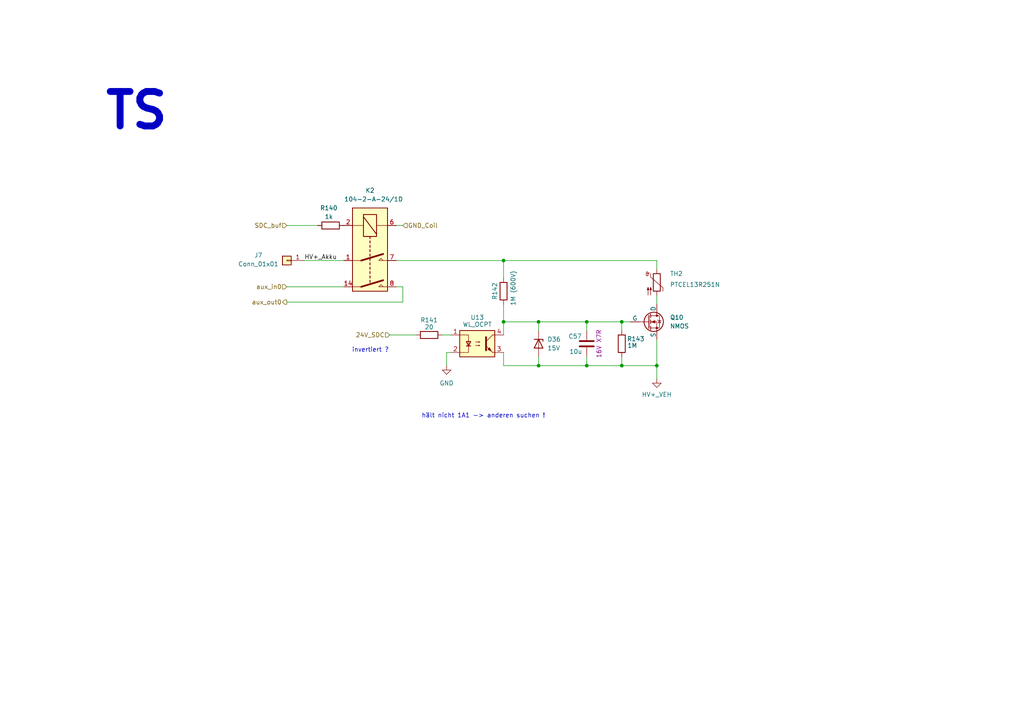
<source format=kicad_sch>
(kicad_sch
	(version 20231120)
	(generator "eeschema")
	(generator_version "8.0")
	(uuid "c512826e-4b30-41b0-b08b-4a156c10d879")
	(paper "A4")
	(lib_symbols
		(symbol "Connector_Generic:Conn_01x01"
			(pin_names
				(offset 1.016) hide)
			(exclude_from_sim no)
			(in_bom yes)
			(on_board yes)
			(property "Reference" "J"
				(at 0 2.54 0)
				(effects
					(font
						(size 1.27 1.27)
					)
				)
			)
			(property "Value" "Conn_01x01"
				(at 0 -2.54 0)
				(effects
					(font
						(size 1.27 1.27)
					)
				)
			)
			(property "Footprint" ""
				(at 0 0 0)
				(effects
					(font
						(size 1.27 1.27)
					)
					(hide yes)
				)
			)
			(property "Datasheet" "~"
				(at 0 0 0)
				(effects
					(font
						(size 1.27 1.27)
					)
					(hide yes)
				)
			)
			(property "Description" "Generic connector, single row, 01x01, script generated (kicad-library-utils/schlib/autogen/connector/)"
				(at 0 0 0)
				(effects
					(font
						(size 1.27 1.27)
					)
					(hide yes)
				)
			)
			(property "ki_keywords" "connector"
				(at 0 0 0)
				(effects
					(font
						(size 1.27 1.27)
					)
					(hide yes)
				)
			)
			(property "ki_fp_filters" "Connector*:*_1x??_*"
				(at 0 0 0)
				(effects
					(font
						(size 1.27 1.27)
					)
					(hide yes)
				)
			)
			(symbol "Conn_01x01_1_1"
				(rectangle
					(start -1.27 0.127)
					(end 0 -0.127)
					(stroke
						(width 0.1524)
						(type default)
					)
					(fill
						(type none)
					)
				)
				(rectangle
					(start -1.27 1.27)
					(end 1.27 -1.27)
					(stroke
						(width 0.254)
						(type default)
					)
					(fill
						(type background)
					)
				)
				(pin passive line
					(at -5.08 0 0)
					(length 3.81)
					(name "Pin_1"
						(effects
							(font
								(size 1.27 1.27)
							)
						)
					)
					(number "1"
						(effects
							(font
								(size 1.27 1.27)
							)
						)
					)
				)
			)
		)
		(symbol "Device:C"
			(pin_numbers hide)
			(pin_names
				(offset 0.254)
			)
			(exclude_from_sim no)
			(in_bom yes)
			(on_board yes)
			(property "Reference" "C"
				(at 0.635 2.54 0)
				(effects
					(font
						(size 1.27 1.27)
					)
					(justify left)
				)
			)
			(property "Value" "C"
				(at 0.635 -2.54 0)
				(effects
					(font
						(size 1.27 1.27)
					)
					(justify left)
				)
			)
			(property "Footprint" ""
				(at 0.9652 -3.81 0)
				(effects
					(font
						(size 1.27 1.27)
					)
					(hide yes)
				)
			)
			(property "Datasheet" "~"
				(at 0 0 0)
				(effects
					(font
						(size 1.27 1.27)
					)
					(hide yes)
				)
			)
			(property "Description" "Unpolarized capacitor"
				(at 0 0 0)
				(effects
					(font
						(size 1.27 1.27)
					)
					(hide yes)
				)
			)
			(property "ki_keywords" "cap capacitor"
				(at 0 0 0)
				(effects
					(font
						(size 1.27 1.27)
					)
					(hide yes)
				)
			)
			(property "ki_fp_filters" "C_*"
				(at 0 0 0)
				(effects
					(font
						(size 1.27 1.27)
					)
					(hide yes)
				)
			)
			(symbol "C_0_1"
				(polyline
					(pts
						(xy -2.032 -0.762) (xy 2.032 -0.762)
					)
					(stroke
						(width 0.508)
						(type default)
					)
					(fill
						(type none)
					)
				)
				(polyline
					(pts
						(xy -2.032 0.762) (xy 2.032 0.762)
					)
					(stroke
						(width 0.508)
						(type default)
					)
					(fill
						(type none)
					)
				)
			)
			(symbol "C_1_1"
				(pin passive line
					(at 0 3.81 270)
					(length 2.794)
					(name "~"
						(effects
							(font
								(size 1.27 1.27)
							)
						)
					)
					(number "1"
						(effects
							(font
								(size 1.27 1.27)
							)
						)
					)
				)
				(pin passive line
					(at 0 -3.81 90)
					(length 2.794)
					(name "~"
						(effects
							(font
								(size 1.27 1.27)
							)
						)
					)
					(number "2"
						(effects
							(font
								(size 1.27 1.27)
							)
						)
					)
				)
			)
		)
		(symbol "Device:D_Zener"
			(pin_numbers hide)
			(pin_names
				(offset 1.016) hide)
			(exclude_from_sim no)
			(in_bom yes)
			(on_board yes)
			(property "Reference" "D"
				(at 0 2.54 0)
				(effects
					(font
						(size 1.27 1.27)
					)
				)
			)
			(property "Value" "D_Zener"
				(at 0 -2.54 0)
				(effects
					(font
						(size 1.27 1.27)
					)
				)
			)
			(property "Footprint" ""
				(at 0 0 0)
				(effects
					(font
						(size 1.27 1.27)
					)
					(hide yes)
				)
			)
			(property "Datasheet" "~"
				(at 0 0 0)
				(effects
					(font
						(size 1.27 1.27)
					)
					(hide yes)
				)
			)
			(property "Description" "Zener diode"
				(at 0 0 0)
				(effects
					(font
						(size 1.27 1.27)
					)
					(hide yes)
				)
			)
			(property "ki_keywords" "diode"
				(at 0 0 0)
				(effects
					(font
						(size 1.27 1.27)
					)
					(hide yes)
				)
			)
			(property "ki_fp_filters" "TO-???* *_Diode_* *SingleDiode* D_*"
				(at 0 0 0)
				(effects
					(font
						(size 1.27 1.27)
					)
					(hide yes)
				)
			)
			(symbol "D_Zener_0_1"
				(polyline
					(pts
						(xy 1.27 0) (xy -1.27 0)
					)
					(stroke
						(width 0)
						(type default)
					)
					(fill
						(type none)
					)
				)
				(polyline
					(pts
						(xy -1.27 -1.27) (xy -1.27 1.27) (xy -0.762 1.27)
					)
					(stroke
						(width 0.254)
						(type default)
					)
					(fill
						(type none)
					)
				)
				(polyline
					(pts
						(xy 1.27 -1.27) (xy 1.27 1.27) (xy -1.27 0) (xy 1.27 -1.27)
					)
					(stroke
						(width 0.254)
						(type default)
					)
					(fill
						(type none)
					)
				)
			)
			(symbol "D_Zener_1_1"
				(pin passive line
					(at -3.81 0 0)
					(length 2.54)
					(name "K"
						(effects
							(font
								(size 1.27 1.27)
							)
						)
					)
					(number "1"
						(effects
							(font
								(size 1.27 1.27)
							)
						)
					)
				)
				(pin passive line
					(at 3.81 0 180)
					(length 2.54)
					(name "A"
						(effects
							(font
								(size 1.27 1.27)
							)
						)
					)
					(number "2"
						(effects
							(font
								(size 1.27 1.27)
							)
						)
					)
				)
			)
		)
		(symbol "Device:R"
			(pin_numbers hide)
			(pin_names
				(offset 0)
			)
			(exclude_from_sim no)
			(in_bom yes)
			(on_board yes)
			(property "Reference" "R"
				(at 2.032 0 90)
				(effects
					(font
						(size 1.27 1.27)
					)
				)
			)
			(property "Value" "R"
				(at 0 0 90)
				(effects
					(font
						(size 1.27 1.27)
					)
				)
			)
			(property "Footprint" ""
				(at -1.778 0 90)
				(effects
					(font
						(size 1.27 1.27)
					)
					(hide yes)
				)
			)
			(property "Datasheet" "~"
				(at 0 0 0)
				(effects
					(font
						(size 1.27 1.27)
					)
					(hide yes)
				)
			)
			(property "Description" "Resistor"
				(at 0 0 0)
				(effects
					(font
						(size 1.27 1.27)
					)
					(hide yes)
				)
			)
			(property "ki_keywords" "R res resistor"
				(at 0 0 0)
				(effects
					(font
						(size 1.27 1.27)
					)
					(hide yes)
				)
			)
			(property "ki_fp_filters" "R_*"
				(at 0 0 0)
				(effects
					(font
						(size 1.27 1.27)
					)
					(hide yes)
				)
			)
			(symbol "R_0_1"
				(rectangle
					(start -1.016 -2.54)
					(end 1.016 2.54)
					(stroke
						(width 0.254)
						(type default)
					)
					(fill
						(type none)
					)
				)
			)
			(symbol "R_1_1"
				(pin passive line
					(at 0 3.81 270)
					(length 1.27)
					(name "~"
						(effects
							(font
								(size 1.27 1.27)
							)
						)
					)
					(number "1"
						(effects
							(font
								(size 1.27 1.27)
							)
						)
					)
				)
				(pin passive line
					(at 0 -3.81 90)
					(length 1.27)
					(name "~"
						(effects
							(font
								(size 1.27 1.27)
							)
						)
					)
					(number "2"
						(effects
							(font
								(size 1.27 1.27)
							)
						)
					)
				)
			)
		)
		(symbol "Device:Thermistor_PTC"
			(pin_numbers hide)
			(pin_names
				(offset 0)
			)
			(exclude_from_sim no)
			(in_bom yes)
			(on_board yes)
			(property "Reference" "TH"
				(at -4.064 0 90)
				(effects
					(font
						(size 1.27 1.27)
					)
				)
			)
			(property "Value" "Thermistor_PTC"
				(at 3.048 0 90)
				(effects
					(font
						(size 1.27 1.27)
					)
				)
			)
			(property "Footprint" ""
				(at 1.27 -5.08 0)
				(effects
					(font
						(size 1.27 1.27)
					)
					(justify left)
					(hide yes)
				)
			)
			(property "Datasheet" "~"
				(at 0 0 0)
				(effects
					(font
						(size 1.27 1.27)
					)
					(hide yes)
				)
			)
			(property "Description" "Temperature dependent resistor, positive temperature coefficient"
				(at 0 0 0)
				(effects
					(font
						(size 1.27 1.27)
					)
					(hide yes)
				)
			)
			(property "ki_keywords" "resistor PTC thermistor sensor RTD"
				(at 0 0 0)
				(effects
					(font
						(size 1.27 1.27)
					)
					(hide yes)
				)
			)
			(property "ki_fp_filters" "*PTC* *Thermistor* PIN?ARRAY* bornier* *Terminal?Block* R_*"
				(at 0 0 0)
				(effects
					(font
						(size 1.27 1.27)
					)
					(hide yes)
				)
			)
			(symbol "Thermistor_PTC_0_1"
				(arc
					(start -3.048 2.159)
					(mid -3.0495 2.3143)
					(end -3.175 2.413)
					(stroke
						(width 0)
						(type default)
					)
					(fill
						(type none)
					)
				)
				(arc
					(start -3.048 2.159)
					(mid -2.9736 1.9794)
					(end -2.794 1.905)
					(stroke
						(width 0)
						(type default)
					)
					(fill
						(type none)
					)
				)
				(arc
					(start -3.048 2.794)
					(mid -2.9736 2.6144)
					(end -2.794 2.54)
					(stroke
						(width 0)
						(type default)
					)
					(fill
						(type none)
					)
				)
				(arc
					(start -2.794 1.905)
					(mid -2.6144 1.9794)
					(end -2.54 2.159)
					(stroke
						(width 0)
						(type default)
					)
					(fill
						(type none)
					)
				)
				(arc
					(start -2.794 2.54)
					(mid -2.4393 2.5587)
					(end -2.159 2.794)
					(stroke
						(width 0)
						(type default)
					)
					(fill
						(type none)
					)
				)
				(arc
					(start -2.794 3.048)
					(mid -2.9736 2.9736)
					(end -3.048 2.794)
					(stroke
						(width 0)
						(type default)
					)
					(fill
						(type none)
					)
				)
				(arc
					(start -2.54 2.794)
					(mid -2.6144 2.9736)
					(end -2.794 3.048)
					(stroke
						(width 0)
						(type default)
					)
					(fill
						(type none)
					)
				)
				(rectangle
					(start -1.016 2.54)
					(end 1.016 -2.54)
					(stroke
						(width 0.254)
						(type default)
					)
					(fill
						(type none)
					)
				)
				(polyline
					(pts
						(xy -2.54 2.159) (xy -2.54 2.794)
					)
					(stroke
						(width 0)
						(type default)
					)
					(fill
						(type none)
					)
				)
				(polyline
					(pts
						(xy -1.778 2.54) (xy -1.778 1.524) (xy 1.778 -1.524) (xy 1.778 -2.54)
					)
					(stroke
						(width 0)
						(type default)
					)
					(fill
						(type none)
					)
				)
				(polyline
					(pts
						(xy -2.54 -3.683) (xy -2.54 -1.397) (xy -2.794 -2.159) (xy -2.286 -2.159) (xy -2.54 -1.397) (xy -2.54 -1.651)
					)
					(stroke
						(width 0)
						(type default)
					)
					(fill
						(type outline)
					)
				)
				(polyline
					(pts
						(xy -1.778 -3.683) (xy -1.778 -1.397) (xy -2.032 -2.159) (xy -1.524 -2.159) (xy -1.778 -1.397)
						(xy -1.778 -1.651)
					)
					(stroke
						(width 0)
						(type default)
					)
					(fill
						(type outline)
					)
				)
			)
			(symbol "Thermistor_PTC_1_1"
				(pin passive line
					(at 0 3.81 270)
					(length 1.27)
					(name "~"
						(effects
							(font
								(size 1.27 1.27)
							)
						)
					)
					(number "1"
						(effects
							(font
								(size 1.27 1.27)
							)
						)
					)
				)
				(pin passive line
					(at 0 -3.81 90)
					(length 1.27)
					(name "~"
						(effects
							(font
								(size 1.27 1.27)
							)
						)
					)
					(number "2"
						(effects
							(font
								(size 1.27 1.27)
							)
						)
					)
				)
			)
		)
		(symbol "Isolator:FODM217A"
			(exclude_from_sim no)
			(in_bom yes)
			(on_board yes)
			(property "Reference" "U4"
				(at 1.27 7.62 0)
				(effects
					(font
						(size 1.27 1.27)
					)
				)
			)
			(property "Value" "WL_OCDA"
				(at 1.27 5.588 0)
				(effects
					(font
						(size 1.27 1.27)
					)
				)
			)
			(property "Footprint" "Package_SO:SOP-4_4.4x2.6mm_P1.27mm"
				(at 0 -5.08 0)
				(effects
					(font
						(size 1.27 1.27)
						(italic yes)
					)
					(hide yes)
				)
			)
			(property "Datasheet" ""
				(at 0 0 0)
				(effects
					(font
						(size 1.27 1.27)
					)
					(justify left)
					(hide yes)
				)
			)
			(property "Description" "141352145000"
				(at 0 0 0)
				(effects
					(font
						(size 1.27 1.27)
					)
					(hide yes)
				)
			)
			(property "ki_keywords" "DC Phototransistor Optocoupler"
				(at 0 0 0)
				(effects
					(font
						(size 1.27 1.27)
					)
					(hide yes)
				)
			)
			(property "ki_fp_filters" "SOP*4.4x2.6mm*P1.27mm*"
				(at 0 0 0)
				(effects
					(font
						(size 1.27 1.27)
					)
					(hide yes)
				)
			)
			(symbol "FODM217A_0_1"
				(rectangle
					(start -5.08 3.81)
					(end 5.08 -3.81)
					(stroke
						(width 0.254)
						(type default)
					)
					(fill
						(type background)
					)
				)
				(polyline
					(pts
						(xy -3.175 -0.635) (xy -1.905 -0.635)
					)
					(stroke
						(width 0.254)
						(type default)
					)
					(fill
						(type none)
					)
				)
				(polyline
					(pts
						(xy 2.54 0.635) (xy 4.445 2.54)
					)
					(stroke
						(width 0)
						(type default)
					)
					(fill
						(type none)
					)
				)
				(polyline
					(pts
						(xy 4.445 -2.54) (xy 2.54 -0.635)
					)
					(stroke
						(width 0)
						(type default)
					)
					(fill
						(type outline)
					)
				)
				(polyline
					(pts
						(xy 4.445 -2.54) (xy 5.08 -2.54)
					)
					(stroke
						(width 0)
						(type default)
					)
					(fill
						(type none)
					)
				)
				(polyline
					(pts
						(xy 4.445 2.54) (xy 5.08 2.54)
					)
					(stroke
						(width 0)
						(type default)
					)
					(fill
						(type none)
					)
				)
				(polyline
					(pts
						(xy -5.08 2.54) (xy -2.54 2.54) (xy -2.54 -0.635)
					)
					(stroke
						(width 0)
						(type default)
					)
					(fill
						(type none)
					)
				)
				(polyline
					(pts
						(xy -2.54 -0.635) (xy -2.54 -2.54) (xy -5.08 -2.54)
					)
					(stroke
						(width 0)
						(type default)
					)
					(fill
						(type none)
					)
				)
				(polyline
					(pts
						(xy 2.54 1.905) (xy 2.54 -1.905) (xy 2.54 -1.905)
					)
					(stroke
						(width 0.508)
						(type default)
					)
					(fill
						(type none)
					)
				)
				(polyline
					(pts
						(xy -2.54 -0.635) (xy -3.175 0.635) (xy -1.905 0.635) (xy -2.54 -0.635)
					)
					(stroke
						(width 0.254)
						(type default)
					)
					(fill
						(type none)
					)
				)
				(polyline
					(pts
						(xy -0.508 -0.508) (xy 0.762 -0.508) (xy 0.381 -0.635) (xy 0.381 -0.381) (xy 0.762 -0.508)
					)
					(stroke
						(width 0)
						(type default)
					)
					(fill
						(type none)
					)
				)
				(polyline
					(pts
						(xy -0.508 0.508) (xy 0.762 0.508) (xy 0.381 0.381) (xy 0.381 0.635) (xy 0.762 0.508)
					)
					(stroke
						(width 0)
						(type default)
					)
					(fill
						(type none)
					)
				)
				(polyline
					(pts
						(xy 3.048 -1.651) (xy 3.556 -1.143) (xy 4.064 -2.159) (xy 3.048 -1.651) (xy 3.048 -1.651)
					)
					(stroke
						(width 0)
						(type default)
					)
					(fill
						(type outline)
					)
				)
			)
			(symbol "FODM217A_1_1"
				(pin passive line
					(at -7.62 2.54 0)
					(length 2.54)
					(name "~"
						(effects
							(font
								(size 1.27 1.27)
							)
						)
					)
					(number "1"
						(effects
							(font
								(size 1.27 1.27)
							)
						)
					)
				)
				(pin passive line
					(at -7.62 -2.54 0)
					(length 2.54)
					(name "~"
						(effects
							(font
								(size 1.27 1.27)
							)
						)
					)
					(number "2"
						(effects
							(font
								(size 1.27 1.27)
							)
						)
					)
				)
				(pin passive line
					(at 7.62 -2.54 180)
					(length 2.54)
					(name "~"
						(effects
							(font
								(size 1.27 1.27)
							)
						)
					)
					(number "3"
						(effects
							(font
								(size 1.27 1.27)
							)
						)
					)
				)
				(pin passive line
					(at 7.62 2.54 180)
					(length 2.54)
					(name "~"
						(effects
							(font
								(size 1.27 1.27)
							)
						)
					)
					(number "4"
						(effects
							(font
								(size 1.27 1.27)
							)
						)
					)
				)
			)
		)
		(symbol "Relay:DIPxx-2Axx-21x"
			(exclude_from_sim no)
			(in_bom yes)
			(on_board yes)
			(property "Reference" "K"
				(at 12.7 3.81 0)
				(effects
					(font
						(size 1.27 1.27)
					)
					(justify left)
				)
			)
			(property "Value" "DIPxx-2Axx-21x"
				(at 12.7 1.27 0)
				(effects
					(font
						(size 1.27 1.27)
					)
					(justify left)
				)
			)
			(property "Footprint" "Relay_THT:Relay_StandexMeder_DIP_LowProfile"
				(at 12.7 -1.27 0)
				(effects
					(font
						(size 1.27 1.27)
					)
					(justify left)
					(hide yes)
				)
			)
			(property "Datasheet" "https://standexelectronics.com/wp-content/uploads/datasheet_reed_relay_DIP.pdf"
				(at 0 0 0)
				(effects
					(font
						(size 1.27 1.27)
					)
					(hide yes)
				)
			)
			(property "Description" "Standex Meder DIP reed relay, DPST, Closing Contacts"
				(at 0 0 0)
				(effects
					(font
						(size 1.27 1.27)
					)
					(hide yes)
				)
			)
			(property "ki_keywords" "Single Pole Reed Relay DPST"
				(at 0 0 0)
				(effects
					(font
						(size 1.27 1.27)
					)
					(hide yes)
				)
			)
			(property "ki_fp_filters" "Relay*StandexMeder*DIP*LowProfile*"
				(at 0 0 0)
				(effects
					(font
						(size 1.27 1.27)
					)
					(hide yes)
				)
			)
			(symbol "DIPxx-2Axx-21x_0_0"
				(polyline
					(pts
						(xy 2.54 5.08) (xy 2.54 2.54) (xy 1.905 3.175) (xy 2.54 3.81)
					)
					(stroke
						(width 0)
						(type default)
					)
					(fill
						(type none)
					)
				)
				(polyline
					(pts
						(xy 10.16 5.08) (xy 10.16 2.54) (xy 9.525 3.175) (xy 10.16 3.81)
					)
					(stroke
						(width 0)
						(type default)
					)
					(fill
						(type none)
					)
				)
			)
			(symbol "DIPxx-2Axx-21x_0_1"
				(rectangle
					(start -12.7 5.08)
					(end 11.43 -5.08)
					(stroke
						(width 0.254)
						(type default)
					)
					(fill
						(type background)
					)
				)
				(rectangle
					(start -10.795 1.905)
					(end -4.445 -1.905)
					(stroke
						(width 0.254)
						(type default)
					)
					(fill
						(type none)
					)
				)
				(polyline
					(pts
						(xy -10.16 -1.905) (xy -5.08 1.905)
					)
					(stroke
						(width 0.254)
						(type default)
					)
					(fill
						(type none)
					)
				)
				(polyline
					(pts
						(xy -7.62 -5.08) (xy -7.62 -1.905)
					)
					(stroke
						(width 0)
						(type default)
					)
					(fill
						(type none)
					)
				)
				(polyline
					(pts
						(xy -7.62 5.08) (xy -7.62 1.905)
					)
					(stroke
						(width 0)
						(type default)
					)
					(fill
						(type none)
					)
				)
				(polyline
					(pts
						(xy -4.445 0) (xy -3.81 0)
					)
					(stroke
						(width 0.254)
						(type default)
					)
					(fill
						(type none)
					)
				)
				(polyline
					(pts
						(xy -3.175 0) (xy -2.54 0)
					)
					(stroke
						(width 0.254)
						(type default)
					)
					(fill
						(type none)
					)
				)
				(polyline
					(pts
						(xy -1.905 0) (xy -1.27 0)
					)
					(stroke
						(width 0.254)
						(type default)
					)
					(fill
						(type none)
					)
				)
				(polyline
					(pts
						(xy -0.635 0) (xy 0 0)
					)
					(stroke
						(width 0.254)
						(type default)
					)
					(fill
						(type none)
					)
				)
				(polyline
					(pts
						(xy 0.635 0) (xy 1.27 0)
					)
					(stroke
						(width 0.254)
						(type default)
					)
					(fill
						(type none)
					)
				)
				(polyline
					(pts
						(xy 1.905 0) (xy 2.54 0)
					)
					(stroke
						(width 0.254)
						(type default)
					)
					(fill
						(type none)
					)
				)
				(polyline
					(pts
						(xy 2.54 -2.54) (xy 0.635 3.81)
					)
					(stroke
						(width 0.508)
						(type default)
					)
					(fill
						(type none)
					)
				)
				(polyline
					(pts
						(xy 2.54 -2.54) (xy 2.54 -5.08)
					)
					(stroke
						(width 0)
						(type default)
					)
					(fill
						(type none)
					)
				)
				(polyline
					(pts
						(xy 3.175 0) (xy 3.81 0)
					)
					(stroke
						(width 0.254)
						(type default)
					)
					(fill
						(type none)
					)
				)
				(polyline
					(pts
						(xy 4.445 0) (xy 5.08 0)
					)
					(stroke
						(width 0.254)
						(type default)
					)
					(fill
						(type none)
					)
				)
				(polyline
					(pts
						(xy 5.715 0) (xy 6.35 0)
					)
					(stroke
						(width 0.254)
						(type default)
					)
					(fill
						(type none)
					)
				)
				(polyline
					(pts
						(xy 6.985 0) (xy 7.62 0)
					)
					(stroke
						(width 0.254)
						(type default)
					)
					(fill
						(type none)
					)
				)
				(polyline
					(pts
						(xy 8.255 0) (xy 8.89 0)
					)
					(stroke
						(width 0.254)
						(type default)
					)
					(fill
						(type none)
					)
				)
				(polyline
					(pts
						(xy 10.16 -2.54) (xy 8.255 3.81)
					)
					(stroke
						(width 0.508)
						(type default)
					)
					(fill
						(type none)
					)
				)
				(polyline
					(pts
						(xy 10.16 -2.54) (xy 10.16 -5.08)
					)
					(stroke
						(width 0)
						(type default)
					)
					(fill
						(type none)
					)
				)
			)
			(symbol "DIPxx-2Axx-21x_1_1"
				(pin passive line
					(at 2.54 -7.62 90)
					(length 2.54)
					(name "~"
						(effects
							(font
								(size 1.27 1.27)
							)
						)
					)
					(number "1"
						(effects
							(font
								(size 1.27 1.27)
							)
						)
					)
				)
				(pin passive line
					(at 10.16 -7.62 90)
					(length 2.54)
					(name "~"
						(effects
							(font
								(size 1.27 1.27)
							)
						)
					)
					(number "14"
						(effects
							(font
								(size 1.27 1.27)
							)
						)
					)
				)
				(pin passive line
					(at -7.62 -7.62 90)
					(length 2.54)
					(name "~"
						(effects
							(font
								(size 1.27 1.27)
							)
						)
					)
					(number "2"
						(effects
							(font
								(size 1.27 1.27)
							)
						)
					)
				)
				(pin passive line
					(at -7.62 7.62 270)
					(length 2.54)
					(name "~"
						(effects
							(font
								(size 1.27 1.27)
							)
						)
					)
					(number "6"
						(effects
							(font
								(size 1.27 1.27)
							)
						)
					)
				)
				(pin passive line
					(at 2.54 7.62 270)
					(length 2.54)
					(name "~"
						(effects
							(font
								(size 1.27 1.27)
							)
						)
					)
					(number "7"
						(effects
							(font
								(size 1.27 1.27)
							)
						)
					)
				)
				(pin passive line
					(at 10.16 7.62 270)
					(length 2.54)
					(name "~"
						(effects
							(font
								(size 1.27 1.27)
							)
						)
					)
					(number "8"
						(effects
							(font
								(size 1.27 1.27)
							)
						)
					)
				)
			)
		)
		(symbol "Simulation_SPICE:NMOS"
			(pin_numbers hide)
			(pin_names
				(offset 0)
			)
			(exclude_from_sim no)
			(in_bom yes)
			(on_board yes)
			(property "Reference" "Q"
				(at 5.08 1.27 0)
				(effects
					(font
						(size 1.27 1.27)
					)
					(justify left)
				)
			)
			(property "Value" "NMOS"
				(at 5.08 -1.27 0)
				(effects
					(font
						(size 1.27 1.27)
					)
					(justify left)
				)
			)
			(property "Footprint" ""
				(at 5.08 2.54 0)
				(effects
					(font
						(size 1.27 1.27)
					)
					(hide yes)
				)
			)
			(property "Datasheet" "https://ngspice.sourceforge.io/docs/ngspice-html-manual/manual.xhtml#cha_MOSFETs"
				(at 0 -12.7 0)
				(effects
					(font
						(size 1.27 1.27)
					)
					(hide yes)
				)
			)
			(property "Description" "N-MOSFET transistor, drain/source/gate"
				(at 0 0 0)
				(effects
					(font
						(size 1.27 1.27)
					)
					(hide yes)
				)
			)
			(property "Sim.Device" "NMOS"
				(at 0 -17.145 0)
				(effects
					(font
						(size 1.27 1.27)
					)
					(hide yes)
				)
			)
			(property "Sim.Type" "VDMOS"
				(at 0 -19.05 0)
				(effects
					(font
						(size 1.27 1.27)
					)
					(hide yes)
				)
			)
			(property "Sim.Pins" "1=D 2=G 3=S"
				(at 0 -15.24 0)
				(effects
					(font
						(size 1.27 1.27)
					)
					(hide yes)
				)
			)
			(property "ki_keywords" "transistor NMOS N-MOS N-MOSFET simulation"
				(at 0 0 0)
				(effects
					(font
						(size 1.27 1.27)
					)
					(hide yes)
				)
			)
			(symbol "NMOS_0_1"
				(polyline
					(pts
						(xy 0.254 0) (xy -2.54 0)
					)
					(stroke
						(width 0)
						(type default)
					)
					(fill
						(type none)
					)
				)
				(polyline
					(pts
						(xy 0.254 1.905) (xy 0.254 -1.905)
					)
					(stroke
						(width 0.254)
						(type default)
					)
					(fill
						(type none)
					)
				)
				(polyline
					(pts
						(xy 0.762 -1.27) (xy 0.762 -2.286)
					)
					(stroke
						(width 0.254)
						(type default)
					)
					(fill
						(type none)
					)
				)
				(polyline
					(pts
						(xy 0.762 0.508) (xy 0.762 -0.508)
					)
					(stroke
						(width 0.254)
						(type default)
					)
					(fill
						(type none)
					)
				)
				(polyline
					(pts
						(xy 0.762 2.286) (xy 0.762 1.27)
					)
					(stroke
						(width 0.254)
						(type default)
					)
					(fill
						(type none)
					)
				)
				(polyline
					(pts
						(xy 2.54 2.54) (xy 2.54 1.778)
					)
					(stroke
						(width 0)
						(type default)
					)
					(fill
						(type none)
					)
				)
				(polyline
					(pts
						(xy 2.54 -2.54) (xy 2.54 0) (xy 0.762 0)
					)
					(stroke
						(width 0)
						(type default)
					)
					(fill
						(type none)
					)
				)
				(polyline
					(pts
						(xy 0.762 -1.778) (xy 3.302 -1.778) (xy 3.302 1.778) (xy 0.762 1.778)
					)
					(stroke
						(width 0)
						(type default)
					)
					(fill
						(type none)
					)
				)
				(polyline
					(pts
						(xy 1.016 0) (xy 2.032 0.381) (xy 2.032 -0.381) (xy 1.016 0)
					)
					(stroke
						(width 0)
						(type default)
					)
					(fill
						(type outline)
					)
				)
				(polyline
					(pts
						(xy 2.794 0.508) (xy 2.921 0.381) (xy 3.683 0.381) (xy 3.81 0.254)
					)
					(stroke
						(width 0)
						(type default)
					)
					(fill
						(type none)
					)
				)
				(polyline
					(pts
						(xy 3.302 0.381) (xy 2.921 -0.254) (xy 3.683 -0.254) (xy 3.302 0.381)
					)
					(stroke
						(width 0)
						(type default)
					)
					(fill
						(type none)
					)
				)
				(circle
					(center 1.651 0)
					(radius 2.794)
					(stroke
						(width 0.254)
						(type default)
					)
					(fill
						(type none)
					)
				)
				(circle
					(center 2.54 -1.778)
					(radius 0.254)
					(stroke
						(width 0)
						(type default)
					)
					(fill
						(type outline)
					)
				)
				(circle
					(center 2.54 1.778)
					(radius 0.254)
					(stroke
						(width 0)
						(type default)
					)
					(fill
						(type outline)
					)
				)
			)
			(symbol "NMOS_1_1"
				(pin passive line
					(at 2.54 5.08 270)
					(length 2.54)
					(name "D"
						(effects
							(font
								(size 1.27 1.27)
							)
						)
					)
					(number "1"
						(effects
							(font
								(size 1.27 1.27)
							)
						)
					)
				)
				(pin input line
					(at -5.08 0 0)
					(length 2.54)
					(name "G"
						(effects
							(font
								(size 1.27 1.27)
							)
						)
					)
					(number "2"
						(effects
							(font
								(size 1.27 1.27)
							)
						)
					)
				)
				(pin passive line
					(at 2.54 -5.08 90)
					(length 2.54)
					(name "S"
						(effects
							(font
								(size 1.27 1.27)
							)
						)
					)
					(number "3"
						(effects
							(font
								(size 1.27 1.27)
							)
						)
					)
				)
			)
		)
		(symbol "power:GND"
			(power)
			(pin_numbers hide)
			(pin_names
				(offset 0) hide)
			(exclude_from_sim no)
			(in_bom yes)
			(on_board yes)
			(property "Reference" "#PWR"
				(at 0 -6.35 0)
				(effects
					(font
						(size 1.27 1.27)
					)
					(hide yes)
				)
			)
			(property "Value" "GND"
				(at 0 -3.81 0)
				(effects
					(font
						(size 1.27 1.27)
					)
				)
			)
			(property "Footprint" ""
				(at 0 0 0)
				(effects
					(font
						(size 1.27 1.27)
					)
					(hide yes)
				)
			)
			(property "Datasheet" ""
				(at 0 0 0)
				(effects
					(font
						(size 1.27 1.27)
					)
					(hide yes)
				)
			)
			(property "Description" "Power symbol creates a global label with name \"GND\" , ground"
				(at 0 0 0)
				(effects
					(font
						(size 1.27 1.27)
					)
					(hide yes)
				)
			)
			(property "ki_keywords" "global power"
				(at 0 0 0)
				(effects
					(font
						(size 1.27 1.27)
					)
					(hide yes)
				)
			)
			(symbol "GND_0_1"
				(polyline
					(pts
						(xy 0 0) (xy 0 -1.27) (xy 1.27 -1.27) (xy 0 -2.54) (xy -1.27 -1.27) (xy 0 -1.27)
					)
					(stroke
						(width 0)
						(type default)
					)
					(fill
						(type none)
					)
				)
			)
			(symbol "GND_1_1"
				(pin power_in line
					(at 0 0 270)
					(length 0)
					(name "~"
						(effects
							(font
								(size 1.27 1.27)
							)
						)
					)
					(number "1"
						(effects
							(font
								(size 1.27 1.27)
							)
						)
					)
				)
			)
		)
	)
	(junction
		(at 156.21 106.045)
		(diameter 0)
		(color 0 0 0 0)
		(uuid "7445b026-cf2a-4e3a-9320-ddcfc132f20e")
	)
	(junction
		(at 170.18 106.045)
		(diameter 0)
		(color 0 0 0 0)
		(uuid "7d3c6679-618d-4b65-be47-0ce5bdcb1e4f")
	)
	(junction
		(at 180.34 93.345)
		(diameter 0)
		(color 0 0 0 0)
		(uuid "833bbf93-9346-4662-b85f-eeeddff1b6fb")
	)
	(junction
		(at 146.05 93.345)
		(diameter 0)
		(color 0 0 0 0)
		(uuid "a5d9ffa8-8394-41db-9aa2-8253ca672864")
	)
	(junction
		(at 190.5 106.045)
		(diameter 0)
		(color 0 0 0 0)
		(uuid "abf29d37-e474-4393-80a5-a2b42396b3d5")
	)
	(junction
		(at 146.05 75.565)
		(diameter 0)
		(color 0 0 0 0)
		(uuid "ad670d95-9619-4ab3-89ef-3559c7fb1c54")
	)
	(junction
		(at 156.21 93.345)
		(diameter 0)
		(color 0 0 0 0)
		(uuid "b6175b6a-d08b-42d9-ab9a-527e564a86f3")
	)
	(junction
		(at 180.34 106.045)
		(diameter 0)
		(color 0 0 0 0)
		(uuid "ef7fe267-87af-4bc3-a301-4521f40808d0")
	)
	(junction
		(at 170.18 93.345)
		(diameter 0)
		(color 0 0 0 0)
		(uuid "f78825ac-56c4-408b-87ca-71210d1c4e31")
	)
	(wire
		(pts
			(xy 190.5 75.565) (xy 190.5 78.105)
		)
		(stroke
			(width 0)
			(type default)
		)
		(uuid "13255788-628c-4d91-b690-848eaaa9d480")
	)
	(wire
		(pts
			(xy 180.34 103.505) (xy 180.34 106.045)
		)
		(stroke
			(width 0)
			(type default)
		)
		(uuid "154f6429-f71d-4744-93bd-6dbb061871e1")
	)
	(wire
		(pts
			(xy 156.21 106.045) (xy 170.18 106.045)
		)
		(stroke
			(width 0)
			(type default)
		)
		(uuid "26b47e40-0446-46a8-88d0-afbae93bb962")
	)
	(wire
		(pts
			(xy 116.84 87.63) (xy 116.84 83.185)
		)
		(stroke
			(width 0)
			(type default)
		)
		(uuid "295b27b4-279a-4844-8e6c-748d1fa8971a")
	)
	(wire
		(pts
			(xy 146.05 75.565) (xy 190.5 75.565)
		)
		(stroke
			(width 0)
			(type default)
		)
		(uuid "2d154140-0496-4bf2-854d-103f5c2d7c19")
	)
	(wire
		(pts
			(xy 190.5 106.045) (xy 190.5 109.855)
		)
		(stroke
			(width 0)
			(type default)
		)
		(uuid "30ac9498-72f3-413f-bd7e-85845e8ab4eb")
	)
	(wire
		(pts
			(xy 146.05 102.235) (xy 146.05 106.045)
		)
		(stroke
			(width 0)
			(type default)
		)
		(uuid "43b491c5-91e7-4fd2-bcb6-5e06b5c4514e")
	)
	(wire
		(pts
			(xy 146.05 75.565) (xy 146.05 80.645)
		)
		(stroke
			(width 0)
			(type default)
		)
		(uuid "4edb8500-1b60-4600-ba46-83ed0d773ae4")
	)
	(wire
		(pts
			(xy 83.185 65.405) (xy 92.075 65.405)
		)
		(stroke
			(width 0)
			(type default)
		)
		(uuid "571089fd-4668-4d3e-99de-e0e92abae555")
	)
	(wire
		(pts
			(xy 156.21 93.345) (xy 170.18 93.345)
		)
		(stroke
			(width 0)
			(type default)
		)
		(uuid "5a056ee8-3a22-4e09-b04e-c8799f330db6")
	)
	(wire
		(pts
			(xy 180.34 93.345) (xy 180.34 95.885)
		)
		(stroke
			(width 0)
			(type default)
		)
		(uuid "5c3a4fba-4cbb-43a9-8d73-36253f997f93")
	)
	(wire
		(pts
			(xy 180.34 106.045) (xy 190.5 106.045)
		)
		(stroke
			(width 0)
			(type default)
		)
		(uuid "5de64539-dfa9-41d6-a744-bfef3eb4d5ad")
	)
	(wire
		(pts
			(xy 190.5 85.725) (xy 190.5 88.265)
		)
		(stroke
			(width 0)
			(type default)
		)
		(uuid "5f837369-53c2-49ce-b80b-d2656ad26f8c")
	)
	(wire
		(pts
			(xy 129.54 102.235) (xy 130.81 102.235)
		)
		(stroke
			(width 0)
			(type default)
		)
		(uuid "665327c2-f8b9-4c95-8d41-09f1fb1ae59b")
	)
	(wire
		(pts
			(xy 156.21 93.345) (xy 156.21 95.885)
		)
		(stroke
			(width 0)
			(type default)
		)
		(uuid "670ff955-a9f8-42d6-b06d-d5b87e76f2db")
	)
	(wire
		(pts
			(xy 128.27 97.155) (xy 130.81 97.155)
		)
		(stroke
			(width 0)
			(type default)
		)
		(uuid "6819bff1-1663-468c-8fc4-c04dd2371abb")
	)
	(wire
		(pts
			(xy 146.05 106.045) (xy 156.21 106.045)
		)
		(stroke
			(width 0)
			(type default)
		)
		(uuid "742c9b28-5750-4798-820f-348aa1dacc93")
	)
	(wire
		(pts
			(xy 180.34 93.345) (xy 182.88 93.345)
		)
		(stroke
			(width 0)
			(type default)
		)
		(uuid "7464ff68-8e24-40eb-9d57-a1e1adb73bf8")
	)
	(wire
		(pts
			(xy 146.05 88.265) (xy 146.05 93.345)
		)
		(stroke
			(width 0)
			(type default)
		)
		(uuid "7810b910-27fc-413c-abf0-5ed771480261")
	)
	(wire
		(pts
			(xy 170.18 106.045) (xy 180.34 106.045)
		)
		(stroke
			(width 0)
			(type default)
		)
		(uuid "83d2dc3b-e711-45ec-8be4-7e568c274201")
	)
	(wire
		(pts
			(xy 190.5 98.425) (xy 190.5 106.045)
		)
		(stroke
			(width 0)
			(type default)
		)
		(uuid "8b825f6b-53c5-40e2-9572-ca1a95891545")
	)
	(wire
		(pts
			(xy 170.18 93.345) (xy 180.34 93.345)
		)
		(stroke
			(width 0)
			(type default)
		)
		(uuid "9874fe07-27c2-40b3-a9d6-61cd85adaddd")
	)
	(wire
		(pts
			(xy 129.54 106.045) (xy 129.54 102.235)
		)
		(stroke
			(width 0)
			(type default)
		)
		(uuid "9be2aad1-c124-4bdb-8c87-5ac845da9f0a")
	)
	(wire
		(pts
			(xy 83.185 87.63) (xy 116.84 87.63)
		)
		(stroke
			(width 0)
			(type default)
		)
		(uuid "a0599e55-bcdc-477d-a041-14eeb1e9fe1c")
	)
	(wire
		(pts
			(xy 88.265 75.565) (xy 99.695 75.565)
		)
		(stroke
			(width 0)
			(type default)
		)
		(uuid "b1ab3e9f-d52b-472a-b481-50b5ff72dc1a")
	)
	(wire
		(pts
			(xy 146.05 97.155) (xy 146.05 93.345)
		)
		(stroke
			(width 0)
			(type default)
		)
		(uuid "b1b1624d-dbd0-4d8a-a040-c9fd381d1425")
	)
	(wire
		(pts
			(xy 170.18 93.345) (xy 170.18 95.885)
		)
		(stroke
			(width 0)
			(type default)
		)
		(uuid "ca8f2d87-accb-4ce7-a406-ce7496341b34")
	)
	(wire
		(pts
			(xy 114.935 75.565) (xy 146.05 75.565)
		)
		(stroke
			(width 0)
			(type default)
		)
		(uuid "ccc5a479-3c0f-4397-8d1f-7da1fed97f29")
	)
	(wire
		(pts
			(xy 156.21 103.505) (xy 156.21 106.045)
		)
		(stroke
			(width 0)
			(type default)
		)
		(uuid "d0b76fe9-ee33-468b-b3ab-f225328a9a1f")
	)
	(wire
		(pts
			(xy 170.18 103.505) (xy 170.18 106.045)
		)
		(stroke
			(width 0)
			(type default)
		)
		(uuid "d74f332d-19c6-46ae-8cef-dec24462a9c5")
	)
	(wire
		(pts
			(xy 116.84 65.405) (xy 114.935 65.405)
		)
		(stroke
			(width 0)
			(type default)
		)
		(uuid "db4dc769-5cd7-4998-8b35-d6613f29dc34")
	)
	(wire
		(pts
			(xy 83.185 83.185) (xy 99.695 83.185)
		)
		(stroke
			(width 0)
			(type default)
		)
		(uuid "dd45e93f-612a-4415-90c3-38ac07df31cd")
	)
	(wire
		(pts
			(xy 146.05 93.345) (xy 156.21 93.345)
		)
		(stroke
			(width 0)
			(type default)
		)
		(uuid "e5ede777-457c-4202-b64e-6d8b5fa1d6a1")
	)
	(wire
		(pts
			(xy 114.935 83.185) (xy 116.84 83.185)
		)
		(stroke
			(width 0)
			(type default)
		)
		(uuid "e751b110-8161-44c8-b0d4-0dbcad6d3ab0")
	)
	(wire
		(pts
			(xy 113.03 97.155) (xy 120.65 97.155)
		)
		(stroke
			(width 0)
			(type default)
		)
		(uuid "e877c9da-4f29-4dc7-b7e5-b5b9cd9cd689")
	)
	(text "TS"
		(exclude_from_sim no)
		(at 29.718 32.258 0)
		(effects
			(font
				(size 10 10)
				(thickness 2)
				(bold yes)
			)
			(justify left)
		)
		(uuid "0a3e6c1e-fc36-4bb4-8138-05aef9ab2a25")
	)
	(text "hält nicht 1A1 -> anderen suchen !"
		(exclude_from_sim no)
		(at 140.208 120.65 0)
		(effects
			(font
				(size 1.27 1.27)
			)
		)
		(uuid "3f6839d4-6f6c-40b5-86c5-affefc40acf6")
	)
	(text "invertiert ?"
		(exclude_from_sim no)
		(at 107.442 101.6 0)
		(effects
			(font
				(size 1.27 1.27)
			)
		)
		(uuid "d611e9f1-fae5-48ab-b7e7-9c3e000259f0")
	)
	(label "HV+_Akku"
		(at 88.265 75.565 0)
		(fields_autoplaced yes)
		(effects
			(font
				(size 1.27 1.27)
			)
			(justify left bottom)
		)
		(uuid "915c3972-cb2f-48ea-a298-79ded466dca1")
	)
	(hierarchical_label "GND_Coil"
		(shape input)
		(at 116.84 65.405 0)
		(fields_autoplaced yes)
		(effects
			(font
				(size 1.27 1.27)
			)
			(justify left)
		)
		(uuid "0336b6e6-12eb-49bd-922d-ffd67b8f2b71")
	)
	(hierarchical_label "SDC_buf"
		(shape input)
		(at 83.185 65.405 180)
		(fields_autoplaced yes)
		(effects
			(font
				(size 1.27 1.27)
			)
			(justify right)
		)
		(uuid "177a625b-f077-469c-808d-268af12c0324")
	)
	(hierarchical_label "24V_SDC"
		(shape input)
		(at 113.03 97.155 180)
		(fields_autoplaced yes)
		(effects
			(font
				(size 1.27 1.27)
			)
			(justify right)
		)
		(uuid "1ca44429-a82d-4314-9da5-40d6a0810209")
	)
	(hierarchical_label "aux_in0"
		(shape input)
		(at 83.185 83.185 180)
		(fields_autoplaced yes)
		(effects
			(font
				(size 1.27 1.27)
			)
			(justify right)
		)
		(uuid "653da6f8-c5e6-4b74-bd8a-e487c198cc5a")
	)
	(hierarchical_label "aux_out0"
		(shape output)
		(at 83.185 87.63 180)
		(fields_autoplaced yes)
		(effects
			(font
				(size 1.27 1.27)
			)
			(justify right)
		)
		(uuid "793ea848-b16f-487b-aa74-e363aecdb0b9")
	)
	(symbol
		(lib_id "Connector_Generic:Conn_01x01")
		(at 83.185 75.565 180)
		(unit 1)
		(exclude_from_sim no)
		(in_bom yes)
		(on_board yes)
		(dnp no)
		(uuid "0a27851e-59e7-47d8-a3a9-6547bddd85b9")
		(property "Reference" "J7"
			(at 74.93 74.041 0)
			(effects
				(font
					(size 1.27 1.27)
				)
			)
		)
		(property "Value" "Conn_01x01"
			(at 74.93 76.581 0)
			(effects
				(font
					(size 1.27 1.27)
				)
			)
		)
		(property "Footprint" ""
			(at 83.185 75.565 0)
			(effects
				(font
					(size 1.27 1.27)
				)
				(hide yes)
			)
		)
		(property "Datasheet" "~"
			(at 83.185 75.565 0)
			(effects
				(font
					(size 1.27 1.27)
				)
				(hide yes)
			)
		)
		(property "Description" "Generic connector, single row, 01x01, script generated (kicad-library-utils/schlib/autogen/connector/)"
			(at 83.185 75.565 0)
			(effects
				(font
					(size 1.27 1.27)
				)
				(hide yes)
			)
		)
		(pin "1"
			(uuid "0abcc3ab-3061-49bb-95d7-bf0489297d0e")
		)
		(instances
			(project "Master_FT25"
				(path "/e63e39d7-6ac0-4ffd-8aa3-1841a4541b55/95b8e8bb-175b-4c26-b28f-f18dafbb4793/37d30e27-c673-4cc7-b99f-eba24f032eb1"
					(reference "J7")
					(unit 1)
				)
			)
		)
	)
	(symbol
		(lib_id "Device:R")
		(at 124.46 97.155 90)
		(unit 1)
		(exclude_from_sim no)
		(in_bom yes)
		(on_board yes)
		(dnp no)
		(uuid "3da47712-3185-4e18-939b-788bf4c07fa1")
		(property "Reference" "R141"
			(at 124.46 92.837 90)
			(effects
				(font
					(size 1.27 1.27)
				)
			)
		)
		(property "Value" "20"
			(at 124.46 94.869 90)
			(effects
				(font
					(size 1.27 1.27)
				)
			)
		)
		(property "Footprint" "Resistor_SMD:R_0603_1608Metric"
			(at 124.46 98.933 90)
			(effects
				(font
					(size 1.27 1.27)
				)
				(hide yes)
			)
		)
		(property "Datasheet" "~"
			(at 124.46 97.155 0)
			(effects
				(font
					(size 1.27 1.27)
				)
				(hide yes)
			)
		)
		(property "Description" ""
			(at 124.46 97.155 0)
			(effects
				(font
					(size 1.27 1.27)
				)
				(hide yes)
			)
		)
		(pin "1"
			(uuid "d758868b-e405-4855-8187-2f6e65f34c95")
		)
		(pin "2"
			(uuid "6752f879-9679-49b1-b668-d5fcd28148a1")
		)
		(instances
			(project "Master_FT25"
				(path "/e63e39d7-6ac0-4ffd-8aa3-1841a4541b55/95b8e8bb-175b-4c26-b28f-f18dafbb4793/37d30e27-c673-4cc7-b99f-eba24f032eb1"
					(reference "R141")
					(unit 1)
				)
			)
		)
	)
	(symbol
		(lib_id "Device:Thermistor_PTC")
		(at 190.5 81.915 0)
		(unit 1)
		(exclude_from_sim no)
		(in_bom yes)
		(on_board yes)
		(dnp no)
		(uuid "473f44cc-b349-4127-ac18-c6e688167dcf")
		(property "Reference" "TH2"
			(at 194.31 79.375 0)
			(effects
				(font
					(size 1.27 1.27)
				)
				(justify left)
			)
		)
		(property "Value" "PTCEL13R251N"
			(at 194.31 82.55 0)
			(effects
				(font
					(size 1.27 1.27)
				)
				(justify left)
			)
		)
		(property "Footprint" "Connector_PinHeader_2.54mm:PinHeader_1x02_P2.54mm_Vertical"
			(at 191.77 86.995 0)
			(effects
				(font
					(size 1.27 1.27)
				)
				(justify left)
				(hide yes)
			)
		)
		(property "Datasheet" "https://www.vishay.com/docs/29165/ptcel_series.pdf"
			(at 190.5 81.915 0)
			(effects
				(font
					(size 1.27 1.27)
				)
				(hide yes)
			)
		)
		(property "Description" "Temperature dependent resistor, positive temperature coefficient"
			(at 190.5 81.915 0)
			(effects
				(font
					(size 1.27 1.27)
				)
				(hide yes)
			)
		)
		(pin "1"
			(uuid "04f791c8-bf02-4d20-a9a1-29b01b90cbaa")
		)
		(pin "2"
			(uuid "6ec933df-396a-4803-b56f-d3a576526b89")
		)
		(instances
			(project "Master_FT25"
				(path "/e63e39d7-6ac0-4ffd-8aa3-1841a4541b55/95b8e8bb-175b-4c26-b28f-f18dafbb4793/37d30e27-c673-4cc7-b99f-eba24f032eb1"
					(reference "TH2")
					(unit 1)
				)
			)
		)
	)
	(symbol
		(lib_id "Device:R")
		(at 146.05 84.455 0)
		(unit 1)
		(exclude_from_sim no)
		(in_bom yes)
		(on_board yes)
		(dnp no)
		(uuid "5ef9ba0a-5ddf-4701-94c1-f2b56ba4dcf3")
		(property "Reference" "R142"
			(at 143.51 84.455 90)
			(effects
				(font
					(size 1.27 1.27)
				)
			)
		)
		(property "Value" "1M (600V)"
			(at 148.844 83.566 90)
			(effects
				(font
					(size 1.27 1.27)
				)
			)
		)
		(property "Footprint" "Resistor_SMD:R_2010_5025Metric_Pad1.40x2.65mm_HandSolder"
			(at 144.272 84.455 90)
			(effects
				(font
					(size 1.27 1.27)
				)
				(hide yes)
			)
		)
		(property "Datasheet" "~"
			(at 146.05 84.455 0)
			(effects
				(font
					(size 1.27 1.27)
				)
				(hide yes)
			)
		)
		(property "Description" "Resistor"
			(at 146.05 84.455 0)
			(effects
				(font
					(size 1.27 1.27)
				)
				(hide yes)
			)
		)
		(pin "2"
			(uuid "442ee815-0646-49ec-91cd-4d36db9722b2")
		)
		(pin "1"
			(uuid "d4688976-b1e7-4d6c-9c40-6f540417c0d0")
		)
		(instances
			(project "Master_FT25"
				(path "/e63e39d7-6ac0-4ffd-8aa3-1841a4541b55/95b8e8bb-175b-4c26-b28f-f18dafbb4793/37d30e27-c673-4cc7-b99f-eba24f032eb1"
					(reference "R142")
					(unit 1)
				)
			)
		)
	)
	(symbol
		(lib_id "Device:C")
		(at 170.18 99.695 0)
		(unit 1)
		(exclude_from_sim no)
		(in_bom yes)
		(on_board yes)
		(dnp no)
		(uuid "6e1c859d-1970-4295-b69d-b5d9bc1b3438")
		(property "Reference" "C57"
			(at 164.846 97.536 0)
			(effects
				(font
					(size 1.27 1.27)
				)
				(justify left)
			)
		)
		(property "Value" "10u"
			(at 165.1 101.981 0)
			(effects
				(font
					(size 1.27 1.27)
				)
				(justify left)
			)
		)
		(property "Footprint" "Capacitor_SMD:C_1210_3225Metric"
			(at 171.1452 103.505 0)
			(effects
				(font
					(size 1.27 1.27)
				)
				(hide yes)
			)
		)
		(property "Datasheet" "https://www.we-online.com/components/products/datasheet/885012209014.pdf"
			(at 170.18 99.695 0)
			(effects
				(font
					(size 1.27 1.27)
				)
				(hide yes)
			)
		)
		(property "Description" "Unpolarized capacitor"
			(at 170.18 99.695 0)
			(effects
				(font
					(size 1.27 1.27)
				)
				(hide yes)
			)
		)
		(property "Field5" "16V X7R"
			(at 173.736 99.695 90)
			(effects
				(font
					(size 1.27 1.27)
				)
			)
		)
		(pin "2"
			(uuid "2f0d5848-1fc3-4ae7-9f37-e079c6642862")
		)
		(pin "1"
			(uuid "eed2f569-4d96-4708-9916-82d48d7d7a2f")
		)
		(instances
			(project "Master_FT25"
				(path "/e63e39d7-6ac0-4ffd-8aa3-1841a4541b55/95b8e8bb-175b-4c26-b28f-f18dafbb4793/37d30e27-c673-4cc7-b99f-eba24f032eb1"
					(reference "C57")
					(unit 1)
				)
			)
		)
	)
	(symbol
		(lib_id "Device:D_Zener")
		(at 156.21 99.695 270)
		(unit 1)
		(exclude_from_sim no)
		(in_bom yes)
		(on_board yes)
		(dnp no)
		(fields_autoplaced yes)
		(uuid "703d40cd-0499-4724-aa6d-6271e27cb2bf")
		(property "Reference" "D36"
			(at 158.75 98.4249 90)
			(effects
				(font
					(size 1.27 1.27)
				)
				(justify left)
			)
		)
		(property "Value" "15V"
			(at 158.75 100.9649 90)
			(effects
				(font
					(size 1.27 1.27)
				)
				(justify left)
			)
		)
		(property "Footprint" ""
			(at 156.21 99.695 0)
			(effects
				(font
					(size 1.27 1.27)
				)
				(hide yes)
			)
		)
		(property "Datasheet" "https://fscdn.rohm.com/en/products/databook/datasheet/discrete/diode/zener/kdzvtr15b-e.pdf"
			(at 156.21 99.695 0)
			(effects
				(font
					(size 1.27 1.27)
				)
				(hide yes)
			)
		)
		(property "Description" "Zener diode"
			(at 156.21 99.695 0)
			(effects
				(font
					(size 1.27 1.27)
				)
				(hide yes)
			)
		)
		(pin "2"
			(uuid "e77ee77b-d271-4b65-bac6-376b5e7ec6e5")
		)
		(pin "1"
			(uuid "c1deb349-86d5-4e31-a446-2e8e6bae05c5")
		)
		(instances
			(project "Master_FT25"
				(path "/e63e39d7-6ac0-4ffd-8aa3-1841a4541b55/95b8e8bb-175b-4c26-b28f-f18dafbb4793/37d30e27-c673-4cc7-b99f-eba24f032eb1"
					(reference "D36")
					(unit 1)
				)
			)
		)
	)
	(symbol
		(lib_id "power:GND")
		(at 190.5 109.855 0)
		(unit 1)
		(exclude_from_sim no)
		(in_bom yes)
		(on_board yes)
		(dnp no)
		(uuid "7743d97d-c522-4d36-a0f1-8fba8c34570f")
		(property "Reference" "#PWR0132"
			(at 190.5 116.205 0)
			(effects
				(font
					(size 1.27 1.27)
				)
				(hide yes)
			)
		)
		(property "Value" "HV+_VEH"
			(at 190.5 114.427 0)
			(effects
				(font
					(size 1.27 1.27)
				)
			)
		)
		(property "Footprint" ""
			(at 190.5 109.855 0)
			(effects
				(font
					(size 1.27 1.27)
				)
				(hide yes)
			)
		)
		(property "Datasheet" ""
			(at 190.5 109.855 0)
			(effects
				(font
					(size 1.27 1.27)
				)
				(hide yes)
			)
		)
		(property "Description" "Power symbol creates a global label with name \"GND\" , ground"
			(at 190.5 109.855 0)
			(effects
				(font
					(size 1.27 1.27)
				)
				(hide yes)
			)
		)
		(pin "1"
			(uuid "52dc017a-6095-4ac1-a17f-569ca7cd504b")
		)
		(instances
			(project "Master_FT25"
				(path "/e63e39d7-6ac0-4ffd-8aa3-1841a4541b55/95b8e8bb-175b-4c26-b28f-f18dafbb4793/37d30e27-c673-4cc7-b99f-eba24f032eb1"
					(reference "#PWR0132")
					(unit 1)
				)
			)
		)
	)
	(symbol
		(lib_id "Isolator:FODM217A")
		(at 138.43 99.695 0)
		(unit 1)
		(exclude_from_sim no)
		(in_bom yes)
		(on_board yes)
		(dnp no)
		(uuid "acd5b713-c362-410d-bd4b-cf9709999695")
		(property "Reference" "U13"
			(at 138.43 92.075 0)
			(effects
				(font
					(size 1.27 1.27)
				)
			)
		)
		(property "Value" "WL_OCPT"
			(at 138.43 94.107 0)
			(effects
				(font
					(size 1.27 1.27)
				)
			)
		)
		(property "Footprint" "Package_SO:SOP-4_3.8x4.1mm_P2.54mm"
			(at 138.43 104.775 0)
			(effects
				(font
					(size 1.27 1.27)
					(italic yes)
				)
				(hide yes)
			)
		)
		(property "Datasheet" "https://www.we-online.com/components/products/datasheet/140356145200.pdf"
			(at 138.43 99.695 0)
			(effects
				(font
					(size 1.27 1.27)
				)
				(justify left)
				(hide yes)
			)
		)
		(property "Description" "140356145200"
			(at 138.43 99.695 0)
			(effects
				(font
					(size 1.27 1.27)
				)
				(hide yes)
			)
		)
		(pin "3"
			(uuid "aa2323d0-5324-433e-8b0a-8d1280915458")
		)
		(pin "4"
			(uuid "c4708b11-8ee7-418b-a0c5-ccd091c321f6")
		)
		(pin "1"
			(uuid "d963911b-644e-4e68-9aa1-56394d09e279")
		)
		(pin "2"
			(uuid "5d46bf75-5b11-463a-80a6-006a5e13b353")
		)
		(instances
			(project "Master_FT25"
				(path "/e63e39d7-6ac0-4ffd-8aa3-1841a4541b55/95b8e8bb-175b-4c26-b28f-f18dafbb4793/37d30e27-c673-4cc7-b99f-eba24f032eb1"
					(reference "U13")
					(unit 1)
				)
			)
		)
	)
	(symbol
		(lib_id "Device:R")
		(at 180.34 99.695 0)
		(unit 1)
		(exclude_from_sim no)
		(in_bom yes)
		(on_board yes)
		(dnp no)
		(uuid "c541c11d-842f-4875-8950-7e0a72cc8d2c")
		(property "Reference" "R143"
			(at 184.404 98.298 0)
			(effects
				(font
					(size 1.27 1.27)
				)
			)
		)
		(property "Value" "1M"
			(at 183.388 100.203 0)
			(effects
				(font
					(size 1.27 1.27)
				)
			)
		)
		(property "Footprint" "Resistor_SMD:R_2010_5025Metric_Pad1.40x2.65mm_HandSolder"
			(at 178.562 99.695 90)
			(effects
				(font
					(size 1.27 1.27)
				)
				(hide yes)
			)
		)
		(property "Datasheet" "~"
			(at 180.34 99.695 0)
			(effects
				(font
					(size 1.27 1.27)
				)
				(hide yes)
			)
		)
		(property "Description" "Resistor"
			(at 180.34 99.695 0)
			(effects
				(font
					(size 1.27 1.27)
				)
				(hide yes)
			)
		)
		(pin "2"
			(uuid "b15408d2-0f7a-4bb4-94a8-d00c37c21b76")
		)
		(pin "1"
			(uuid "64f7fd5d-afc8-4f46-bce4-e1a9c320959c")
		)
		(instances
			(project "Master_FT25"
				(path "/e63e39d7-6ac0-4ffd-8aa3-1841a4541b55/95b8e8bb-175b-4c26-b28f-f18dafbb4793/37d30e27-c673-4cc7-b99f-eba24f032eb1"
					(reference "R143")
					(unit 1)
				)
			)
		)
	)
	(symbol
		(lib_id "power:GND")
		(at 129.54 106.045 0)
		(unit 1)
		(exclude_from_sim no)
		(in_bom yes)
		(on_board yes)
		(dnp no)
		(fields_autoplaced yes)
		(uuid "cc34b2fb-3b9e-4beb-a5a1-6defb972c6da")
		(property "Reference" "#PWR075"
			(at 129.54 112.395 0)
			(effects
				(font
					(size 1.27 1.27)
				)
				(hide yes)
			)
		)
		(property "Value" "GND"
			(at 129.54 111.125 0)
			(effects
				(font
					(size 1.27 1.27)
				)
			)
		)
		(property "Footprint" ""
			(at 129.54 106.045 0)
			(effects
				(font
					(size 1.27 1.27)
				)
				(hide yes)
			)
		)
		(property "Datasheet" ""
			(at 129.54 106.045 0)
			(effects
				(font
					(size 1.27 1.27)
				)
				(hide yes)
			)
		)
		(property "Description" "Power symbol creates a global label with name \"GND\" , ground"
			(at 129.54 106.045 0)
			(effects
				(font
					(size 1.27 1.27)
				)
				(hide yes)
			)
		)
		(pin "1"
			(uuid "c36614e8-74e2-4807-90df-920e98485546")
		)
		(instances
			(project "Master_FT25"
				(path "/e63e39d7-6ac0-4ffd-8aa3-1841a4541b55/95b8e8bb-175b-4c26-b28f-f18dafbb4793/37d30e27-c673-4cc7-b99f-eba24f032eb1"
					(reference "#PWR075")
					(unit 1)
				)
			)
		)
	)
	(symbol
		(lib_id "Device:R")
		(at 95.885 65.405 90)
		(unit 1)
		(exclude_from_sim no)
		(in_bom yes)
		(on_board yes)
		(dnp no)
		(uuid "d1d59a34-55be-438a-99e4-cbe10cc76ea9")
		(property "Reference" "R140"
			(at 95.377 60.325 90)
			(effects
				(font
					(size 1.27 1.27)
				)
			)
		)
		(property "Value" "1k"
			(at 95.377 62.865 90)
			(effects
				(font
					(size 1.27 1.27)
				)
			)
		)
		(property "Footprint" "Capacitor_SMD:C_0603_1608Metric"
			(at 95.885 67.183 90)
			(effects
				(font
					(size 1.27 1.27)
				)
				(hide yes)
			)
		)
		(property "Datasheet" "~"
			(at 95.885 65.405 0)
			(effects
				(font
					(size 1.27 1.27)
				)
				(hide yes)
			)
		)
		(property "Description" "Resistor"
			(at 95.885 65.405 0)
			(effects
				(font
					(size 1.27 1.27)
				)
				(hide yes)
			)
		)
		(pin "2"
			(uuid "eff052cd-5333-47af-be87-50468587ba19")
		)
		(pin "1"
			(uuid "dad54f1f-97c4-4354-86cf-dbfbee5ec254")
		)
		(instances
			(project "Master_FT25"
				(path "/e63e39d7-6ac0-4ffd-8aa3-1841a4541b55/95b8e8bb-175b-4c26-b28f-f18dafbb4793/37d30e27-c673-4cc7-b99f-eba24f032eb1"
					(reference "R140")
					(unit 1)
				)
			)
		)
	)
	(symbol
		(lib_id "Relay:DIPxx-2Axx-21x")
		(at 107.315 73.025 270)
		(unit 1)
		(exclude_from_sim no)
		(in_bom yes)
		(on_board yes)
		(dnp no)
		(uuid "e388b17d-b0c2-4d68-8fc9-adc8e504f747")
		(property "Reference" "K2"
			(at 107.315 55.245 90)
			(effects
				(font
					(size 1.27 1.27)
				)
			)
		)
		(property "Value" "104-2-A-24/1D "
			(at 108.839 57.785 90)
			(effects
				(font
					(size 1.27 1.27)
				)
			)
		)
		(property "Footprint" "104-2-A-24_1D:1042A122D"
			(at 106.045 85.725 0)
			(effects
				(font
					(size 1.27 1.27)
				)
				(justify left)
				(hide yes)
			)
		)
		(property "Datasheet" "https://www.pickeringrelay.com/pdfs/104-high-voltage-sil-reed-relays.pdf"
			(at 107.315 73.025 0)
			(effects
				(font
					(size 1.27 1.27)
				)
				(hide yes)
			)
		)
		(property "Description" ""
			(at 107.315 73.025 0)
			(effects
				(font
					(size 1.27 1.27)
				)
				(hide yes)
			)
		)
		(pin "14"
			(uuid "0c42707c-0ba6-4b0d-a9f5-8361d491afc0")
		)
		(pin "2"
			(uuid "734aadd4-ac32-49b1-9dfb-e3a3140695e9")
		)
		(pin "1"
			(uuid "261695df-5387-4848-94b6-61b3ca999dce")
		)
		(pin "8"
			(uuid "fa71cee4-7b53-48be-bd91-4db031aeffe6")
		)
		(pin "6"
			(uuid "44bc1f87-8f67-4490-b604-41b5277b40bd")
		)
		(pin "7"
			(uuid "172a4f3d-fc1c-4b1b-9810-e2016097d02f")
		)
		(instances
			(project "Master_FT25"
				(path "/e63e39d7-6ac0-4ffd-8aa3-1841a4541b55/95b8e8bb-175b-4c26-b28f-f18dafbb4793/37d30e27-c673-4cc7-b99f-eba24f032eb1"
					(reference "K2")
					(unit 1)
				)
			)
		)
	)
	(symbol
		(lib_id "Simulation_SPICE:NMOS")
		(at 187.96 93.345 0)
		(unit 1)
		(exclude_from_sim no)
		(in_bom yes)
		(on_board yes)
		(dnp no)
		(fields_autoplaced yes)
		(uuid "f140ace1-6005-4e34-bc9a-9e1becd80d29")
		(property "Reference" "Q10"
			(at 194.31 92.0749 0)
			(effects
				(font
					(size 1.27 1.27)
				)
				(justify left)
			)
		)
		(property "Value" "NMOS"
			(at 194.31 94.6149 0)
			(effects
				(font
					(size 1.27 1.27)
				)
				(justify left)
			)
		)
		(property "Footprint" ""
			(at 193.04 90.805 0)
			(effects
				(font
					(size 1.27 1.27)
				)
				(hide yes)
			)
		)
		(property "Datasheet" ""
			(at 187.96 106.045 0)
			(effects
				(font
					(size 1.27 1.27)
				)
				(hide yes)
			)
		)
		(property "Description" "N-MOSFET transistor, drain/source/gate"
			(at 187.96 93.345 0)
			(effects
				(font
					(size 1.27 1.27)
				)
				(hide yes)
			)
		)
		(pin "3"
			(uuid "467e2f89-390b-4771-b0d3-2bffeca6698d")
		)
		(pin "1"
			(uuid "7d8c5dcc-9154-4571-89f8-ec554976f859")
		)
		(pin "2"
			(uuid "968c067e-c70c-4bc7-9f7d-b74ba45de384")
		)
		(instances
			(project "Master_FT25"
				(path "/e63e39d7-6ac0-4ffd-8aa3-1841a4541b55/95b8e8bb-175b-4c26-b28f-f18dafbb4793/37d30e27-c673-4cc7-b99f-eba24f032eb1"
					(reference "Q10")
					(unit 1)
				)
			)
		)
	)
)

</source>
